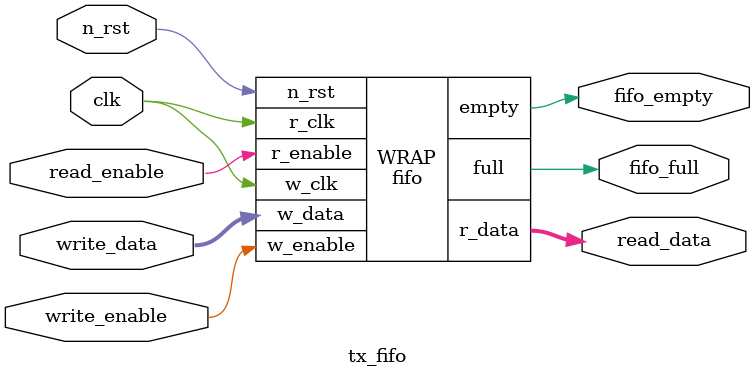
<source format=v>

module fiforam ( wclk, wenable, waddr, raddr, wdata, rdata );
  input [2:0] waddr;
  input [2:0] raddr;
  input [7:0] wdata;
  output [7:0] rdata;
  input wclk, wenable;
  wire   \fiforeg[0][7] , \fiforeg[0][6] , \fiforeg[0][5] , \fiforeg[0][4] ,
         \fiforeg[0][3] , \fiforeg[0][2] , \fiforeg[0][1] , \fiforeg[0][0] ,
         \fiforeg[1][7] , \fiforeg[1][6] , \fiforeg[1][5] , \fiforeg[1][4] ,
         \fiforeg[1][3] , \fiforeg[1][2] , \fiforeg[1][1] , \fiforeg[1][0] ,
         \fiforeg[2][7] , \fiforeg[2][6] , \fiforeg[2][5] , \fiforeg[2][4] ,
         \fiforeg[2][3] , \fiforeg[2][2] , \fiforeg[2][1] , \fiforeg[2][0] ,
         \fiforeg[3][7] , \fiforeg[3][6] , \fiforeg[3][5] , \fiforeg[3][4] ,
         \fiforeg[3][3] , \fiforeg[3][2] , \fiforeg[3][1] , \fiforeg[3][0] ,
         \fiforeg[4][7] , \fiforeg[4][6] , \fiforeg[4][5] , \fiforeg[4][4] ,
         \fiforeg[4][3] , \fiforeg[4][2] , \fiforeg[4][1] , \fiforeg[4][0] ,
         \fiforeg[5][7] , \fiforeg[5][6] , \fiforeg[5][5] , \fiforeg[5][4] ,
         \fiforeg[5][3] , \fiforeg[5][2] , \fiforeg[5][1] , \fiforeg[5][0] ,
         \fiforeg[6][7] , \fiforeg[6][6] , \fiforeg[6][5] , \fiforeg[6][4] ,
         \fiforeg[6][3] , \fiforeg[6][2] , \fiforeg[6][1] , \fiforeg[6][0] ,
         \fiforeg[7][7] , \fiforeg[7][6] , \fiforeg[7][5] , \fiforeg[7][4] ,
         \fiforeg[7][3] , \fiforeg[7][2] , \fiforeg[7][1] , \fiforeg[7][0] ,
         n212, n213, n214, n215, n216, n217, n218, n219, n220, n221, n222,
         n223, n224, n225, n226, n227, n228, n229, n230, n231, n232, n233,
         n234, n235, n236, n237, n238, n239, n240, n241, n242, n243, n244,
         n245, n246, n247, n248, n249, n250, n251, n252, n253, n254, n255,
         n256, n257, n258, n259, n260, n261, n262, n263, n264, n265, n266,
         n267, n268, n269, n270, n271, n272, n273, n274, n275, n1, n2, n3, n4,
         n5, n6, n7, n8, n9, n10, n11, n12, n13, n14, n15, n16, n17, n18, n19,
         n20, n21, n22, n23, n24, n25, n26, n27, n28, n29, n30, n31, n32, n33,
         n34, n35, n36, n37, n38, n39, n40, n41, n42, n43, n44, n45, n46, n47,
         n48, n49, n50, n51, n52, n53, n54, n55, n56, n57, n58, n59, n60, n61,
         n62, n63, n64, n65, n66, n67, n68, n69, n70, n71, n72, n73, n74, n75,
         n76, n77, n78, n79, n80, n81, n82, n83, n84, n85, n86, n87, n88, n89,
         n90, n91, n92, n93, n94, n95, n96, n97, n98, n99, n100, n101, n102,
         n103, n104, n105, n106, n107, n108, n109, n110, n111, n112, n113,
         n114, n115, n116, n117, n118, n119, n120, n121, n122, n123, n124,
         n125, n126, n127, n128, n129, n130, n131, n132, n133, n134, n135,
         n136, n137, n138, n139, n140, n141, n142, n143, n144, n145, n146,
         n147, n148, n149, n150, n151, n152, n153, n154, n155, n156, n157,
         n158, n159, n160, n161, n162, n163, n164, n165, n166, n167, n168,
         n169, n170, n171, n172, n173, n174, n175, n176, n177, n178, n179,
         n180, n181, n182, n183, n184, n185, n186, n187, n188, n189, n190,
         n191, n192, n193, n194;

  DFFPOSX1 \fiforeg_reg[7][7]  ( .D(n212), .CLK(wclk), .Q(\fiforeg[7][7] ) );
  DFFPOSX1 \fiforeg_reg[6][7]  ( .D(n213), .CLK(wclk), .Q(\fiforeg[6][7] ) );
  DFFPOSX1 \fiforeg_reg[5][7]  ( .D(n214), .CLK(wclk), .Q(\fiforeg[5][7] ) );
  DFFPOSX1 \fiforeg_reg[4][7]  ( .D(n215), .CLK(wclk), .Q(\fiforeg[4][7] ) );
  DFFPOSX1 \fiforeg_reg[3][7]  ( .D(n216), .CLK(wclk), .Q(\fiforeg[3][7] ) );
  DFFPOSX1 \fiforeg_reg[2][7]  ( .D(n217), .CLK(wclk), .Q(\fiforeg[2][7] ) );
  DFFPOSX1 \fiforeg_reg[1][7]  ( .D(n218), .CLK(wclk), .Q(\fiforeg[1][7] ) );
  DFFPOSX1 \fiforeg_reg[0][7]  ( .D(n219), .CLK(wclk), .Q(\fiforeg[0][7] ) );
  DFFPOSX1 \fiforeg_reg[7][6]  ( .D(n220), .CLK(wclk), .Q(\fiforeg[7][6] ) );
  DFFPOSX1 \fiforeg_reg[6][6]  ( .D(n221), .CLK(wclk), .Q(\fiforeg[6][6] ) );
  DFFPOSX1 \fiforeg_reg[5][6]  ( .D(n222), .CLK(wclk), .Q(\fiforeg[5][6] ) );
  DFFPOSX1 \fiforeg_reg[4][6]  ( .D(n223), .CLK(wclk), .Q(\fiforeg[4][6] ) );
  DFFPOSX1 \fiforeg_reg[3][6]  ( .D(n224), .CLK(wclk), .Q(\fiforeg[3][6] ) );
  DFFPOSX1 \fiforeg_reg[2][6]  ( .D(n225), .CLK(wclk), .Q(\fiforeg[2][6] ) );
  DFFPOSX1 \fiforeg_reg[1][6]  ( .D(n226), .CLK(wclk), .Q(\fiforeg[1][6] ) );
  DFFPOSX1 \fiforeg_reg[0][6]  ( .D(n227), .CLK(wclk), .Q(\fiforeg[0][6] ) );
  DFFPOSX1 \fiforeg_reg[7][5]  ( .D(n228), .CLK(wclk), .Q(\fiforeg[7][5] ) );
  DFFPOSX1 \fiforeg_reg[6][5]  ( .D(n229), .CLK(wclk), .Q(\fiforeg[6][5] ) );
  DFFPOSX1 \fiforeg_reg[5][5]  ( .D(n230), .CLK(wclk), .Q(\fiforeg[5][5] ) );
  DFFPOSX1 \fiforeg_reg[4][5]  ( .D(n231), .CLK(wclk), .Q(\fiforeg[4][5] ) );
  DFFPOSX1 \fiforeg_reg[3][5]  ( .D(n232), .CLK(wclk), .Q(\fiforeg[3][5] ) );
  DFFPOSX1 \fiforeg_reg[2][5]  ( .D(n233), .CLK(wclk), .Q(\fiforeg[2][5] ) );
  DFFPOSX1 \fiforeg_reg[1][5]  ( .D(n234), .CLK(wclk), .Q(\fiforeg[1][5] ) );
  DFFPOSX1 \fiforeg_reg[0][5]  ( .D(n235), .CLK(wclk), .Q(\fiforeg[0][5] ) );
  DFFPOSX1 \fiforeg_reg[7][4]  ( .D(n236), .CLK(wclk), .Q(\fiforeg[7][4] ) );
  DFFPOSX1 \fiforeg_reg[6][4]  ( .D(n237), .CLK(wclk), .Q(\fiforeg[6][4] ) );
  DFFPOSX1 \fiforeg_reg[5][4]  ( .D(n238), .CLK(wclk), .Q(\fiforeg[5][4] ) );
  DFFPOSX1 \fiforeg_reg[4][4]  ( .D(n239), .CLK(wclk), .Q(\fiforeg[4][4] ) );
  DFFPOSX1 \fiforeg_reg[3][4]  ( .D(n240), .CLK(wclk), .Q(\fiforeg[3][4] ) );
  DFFPOSX1 \fiforeg_reg[2][4]  ( .D(n241), .CLK(wclk), .Q(\fiforeg[2][4] ) );
  DFFPOSX1 \fiforeg_reg[1][4]  ( .D(n242), .CLK(wclk), .Q(\fiforeg[1][4] ) );
  DFFPOSX1 \fiforeg_reg[0][4]  ( .D(n243), .CLK(wclk), .Q(\fiforeg[0][4] ) );
  DFFPOSX1 \fiforeg_reg[7][3]  ( .D(n244), .CLK(wclk), .Q(\fiforeg[7][3] ) );
  DFFPOSX1 \fiforeg_reg[6][3]  ( .D(n245), .CLK(wclk), .Q(\fiforeg[6][3] ) );
  DFFPOSX1 \fiforeg_reg[5][3]  ( .D(n246), .CLK(wclk), .Q(\fiforeg[5][3] ) );
  DFFPOSX1 \fiforeg_reg[4][3]  ( .D(n247), .CLK(wclk), .Q(\fiforeg[4][3] ) );
  DFFPOSX1 \fiforeg_reg[3][3]  ( .D(n248), .CLK(wclk), .Q(\fiforeg[3][3] ) );
  DFFPOSX1 \fiforeg_reg[2][3]  ( .D(n249), .CLK(wclk), .Q(\fiforeg[2][3] ) );
  DFFPOSX1 \fiforeg_reg[1][3]  ( .D(n250), .CLK(wclk), .Q(\fiforeg[1][3] ) );
  DFFPOSX1 \fiforeg_reg[0][3]  ( .D(n251), .CLK(wclk), .Q(\fiforeg[0][3] ) );
  DFFPOSX1 \fiforeg_reg[7][2]  ( .D(n252), .CLK(wclk), .Q(\fiforeg[7][2] ) );
  DFFPOSX1 \fiforeg_reg[6][2]  ( .D(n253), .CLK(wclk), .Q(\fiforeg[6][2] ) );
  DFFPOSX1 \fiforeg_reg[5][2]  ( .D(n254), .CLK(wclk), .Q(\fiforeg[5][2] ) );
  DFFPOSX1 \fiforeg_reg[4][2]  ( .D(n255), .CLK(wclk), .Q(\fiforeg[4][2] ) );
  DFFPOSX1 \fiforeg_reg[3][2]  ( .D(n256), .CLK(wclk), .Q(\fiforeg[3][2] ) );
  DFFPOSX1 \fiforeg_reg[2][2]  ( .D(n257), .CLK(wclk), .Q(\fiforeg[2][2] ) );
  DFFPOSX1 \fiforeg_reg[1][2]  ( .D(n258), .CLK(wclk), .Q(\fiforeg[1][2] ) );
  DFFPOSX1 \fiforeg_reg[0][2]  ( .D(n259), .CLK(wclk), .Q(\fiforeg[0][2] ) );
  DFFPOSX1 \fiforeg_reg[7][1]  ( .D(n260), .CLK(wclk), .Q(\fiforeg[7][1] ) );
  DFFPOSX1 \fiforeg_reg[6][1]  ( .D(n261), .CLK(wclk), .Q(\fiforeg[6][1] ) );
  DFFPOSX1 \fiforeg_reg[5][1]  ( .D(n262), .CLK(wclk), .Q(\fiforeg[5][1] ) );
  DFFPOSX1 \fiforeg_reg[4][1]  ( .D(n263), .CLK(wclk), .Q(\fiforeg[4][1] ) );
  DFFPOSX1 \fiforeg_reg[3][1]  ( .D(n264), .CLK(wclk), .Q(\fiforeg[3][1] ) );
  DFFPOSX1 \fiforeg_reg[2][1]  ( .D(n265), .CLK(wclk), .Q(\fiforeg[2][1] ) );
  DFFPOSX1 \fiforeg_reg[1][1]  ( .D(n266), .CLK(wclk), .Q(\fiforeg[1][1] ) );
  DFFPOSX1 \fiforeg_reg[0][1]  ( .D(n267), .CLK(wclk), .Q(\fiforeg[0][1] ) );
  DFFPOSX1 \fiforeg_reg[7][0]  ( .D(n275), .CLK(wclk), .Q(\fiforeg[7][0] ) );
  DFFPOSX1 \fiforeg_reg[6][0]  ( .D(n268), .CLK(wclk), .Q(\fiforeg[6][0] ) );
  DFFPOSX1 \fiforeg_reg[5][0]  ( .D(n269), .CLK(wclk), .Q(\fiforeg[5][0] ) );
  DFFPOSX1 \fiforeg_reg[4][0]  ( .D(n270), .CLK(wclk), .Q(\fiforeg[4][0] ) );
  DFFPOSX1 \fiforeg_reg[3][0]  ( .D(n271), .CLK(wclk), .Q(\fiforeg[3][0] ) );
  DFFPOSX1 \fiforeg_reg[2][0]  ( .D(n272), .CLK(wclk), .Q(\fiforeg[2][0] ) );
  DFFPOSX1 \fiforeg_reg[1][0]  ( .D(n273), .CLK(wclk), .Q(\fiforeg[1][0] ) );
  DFFPOSX1 \fiforeg_reg[0][0]  ( .D(n274), .CLK(wclk), .Q(\fiforeg[0][0] ) );
  BUFX2 U2 ( .A(n98), .Y(n1) );
  BUFX2 U3 ( .A(n96), .Y(n2) );
  BUFX2 U4 ( .A(n97), .Y(n3) );
  BUFX2 U5 ( .A(n95), .Y(n4) );
  NAND3X1 U6 ( .A(n5), .B(n6), .C(n7), .Y(rdata[7]) );
  NOR2X1 U7 ( .A(n8), .B(n9), .Y(n7) );
  OAI22X1 U8 ( .A(n10), .B(n11), .C(n12), .D(n13), .Y(n9) );
  OAI22X1 U9 ( .A(n14), .B(n15), .C(n16), .D(n17), .Y(n8) );
  AOI22X1 U10 ( .A(\fiforeg[5][7] ), .B(n18), .C(\fiforeg[4][7] ), .D(n19), 
        .Y(n6) );
  AOI22X1 U11 ( .A(\fiforeg[7][7] ), .B(n20), .C(\fiforeg[6][7] ), .D(n21), 
        .Y(n5) );
  NAND3X1 U12 ( .A(n22), .B(n23), .C(n24), .Y(rdata[6]) );
  NOR2X1 U13 ( .A(n25), .B(n26), .Y(n24) );
  OAI22X1 U14 ( .A(n10), .B(n27), .C(n12), .D(n28), .Y(n26) );
  OAI22X1 U15 ( .A(n14), .B(n29), .C(n16), .D(n30), .Y(n25) );
  AOI22X1 U16 ( .A(\fiforeg[5][6] ), .B(n18), .C(\fiforeg[4][6] ), .D(n19), 
        .Y(n23) );
  AOI22X1 U17 ( .A(\fiforeg[7][6] ), .B(n20), .C(\fiforeg[6][6] ), .D(n21), 
        .Y(n22) );
  NAND3X1 U18 ( .A(n31), .B(n32), .C(n33), .Y(rdata[5]) );
  NOR2X1 U19 ( .A(n34), .B(n35), .Y(n33) );
  OAI22X1 U20 ( .A(n10), .B(n36), .C(n12), .D(n37), .Y(n35) );
  OAI22X1 U21 ( .A(n14), .B(n38), .C(n16), .D(n39), .Y(n34) );
  AOI22X1 U22 ( .A(\fiforeg[5][5] ), .B(n18), .C(\fiforeg[4][5] ), .D(n19), 
        .Y(n32) );
  AOI22X1 U23 ( .A(\fiforeg[7][5] ), .B(n20), .C(\fiforeg[6][5] ), .D(n21), 
        .Y(n31) );
  NAND3X1 U24 ( .A(n40), .B(n41), .C(n42), .Y(rdata[4]) );
  NOR2X1 U25 ( .A(n43), .B(n44), .Y(n42) );
  OAI22X1 U26 ( .A(n10), .B(n45), .C(n12), .D(n46), .Y(n44) );
  OAI22X1 U27 ( .A(n14), .B(n47), .C(n16), .D(n48), .Y(n43) );
  AOI22X1 U28 ( .A(\fiforeg[5][4] ), .B(n18), .C(\fiforeg[4][4] ), .D(n19), 
        .Y(n41) );
  AOI22X1 U29 ( .A(\fiforeg[7][4] ), .B(n20), .C(\fiforeg[6][4] ), .D(n21), 
        .Y(n40) );
  NAND3X1 U30 ( .A(n49), .B(n50), .C(n51), .Y(rdata[3]) );
  NOR2X1 U31 ( .A(n52), .B(n53), .Y(n51) );
  OAI22X1 U32 ( .A(n10), .B(n54), .C(n12), .D(n55), .Y(n53) );
  OAI22X1 U33 ( .A(n14), .B(n56), .C(n16), .D(n57), .Y(n52) );
  AOI22X1 U34 ( .A(\fiforeg[5][3] ), .B(n18), .C(\fiforeg[4][3] ), .D(n19), 
        .Y(n50) );
  AOI22X1 U35 ( .A(\fiforeg[7][3] ), .B(n20), .C(\fiforeg[6][3] ), .D(n21), 
        .Y(n49) );
  NAND3X1 U36 ( .A(n58), .B(n59), .C(n60), .Y(rdata[2]) );
  NOR2X1 U37 ( .A(n61), .B(n62), .Y(n60) );
  OAI22X1 U38 ( .A(n10), .B(n63), .C(n12), .D(n64), .Y(n62) );
  OAI22X1 U39 ( .A(n14), .B(n65), .C(n16), .D(n66), .Y(n61) );
  AOI22X1 U40 ( .A(\fiforeg[5][2] ), .B(n18), .C(\fiforeg[4][2] ), .D(n19), 
        .Y(n59) );
  AOI22X1 U41 ( .A(\fiforeg[7][2] ), .B(n20), .C(\fiforeg[6][2] ), .D(n21), 
        .Y(n58) );
  NAND3X1 U42 ( .A(n67), .B(n68), .C(n69), .Y(rdata[1]) );
  NOR2X1 U43 ( .A(n70), .B(n71), .Y(n69) );
  OAI22X1 U44 ( .A(n10), .B(n72), .C(n12), .D(n73), .Y(n71) );
  OAI22X1 U45 ( .A(n14), .B(n74), .C(n16), .D(n75), .Y(n70) );
  AOI22X1 U46 ( .A(\fiforeg[5][1] ), .B(n18), .C(\fiforeg[4][1] ), .D(n19), 
        .Y(n68) );
  AOI22X1 U47 ( .A(\fiforeg[7][1] ), .B(n20), .C(\fiforeg[6][1] ), .D(n21), 
        .Y(n67) );
  NAND3X1 U48 ( .A(n76), .B(n77), .C(n78), .Y(rdata[0]) );
  NOR2X1 U49 ( .A(n79), .B(n80), .Y(n78) );
  OAI22X1 U50 ( .A(n10), .B(n81), .C(n12), .D(n82), .Y(n80) );
  NAND3X1 U51 ( .A(n83), .B(n84), .C(n85), .Y(n12) );
  NAND3X1 U52 ( .A(n83), .B(n84), .C(raddr[0]), .Y(n10) );
  OAI22X1 U53 ( .A(n14), .B(n86), .C(n16), .D(n87), .Y(n79) );
  NAND3X1 U54 ( .A(n85), .B(n84), .C(raddr[1]), .Y(n16) );
  NAND3X1 U55 ( .A(raddr[0]), .B(n84), .C(raddr[1]), .Y(n14) );
  INVX1 U56 ( .A(raddr[2]), .Y(n84) );
  AOI22X1 U57 ( .A(\fiforeg[5][0] ), .B(n18), .C(\fiforeg[4][0] ), .D(n19), 
        .Y(n77) );
  INVX1 U58 ( .A(n88), .Y(n19) );
  NAND3X1 U59 ( .A(n85), .B(n83), .C(raddr[2]), .Y(n88) );
  INVX1 U60 ( .A(n89), .Y(n18) );
  NAND3X1 U61 ( .A(raddr[0]), .B(n83), .C(raddr[2]), .Y(n89) );
  INVX1 U62 ( .A(raddr[1]), .Y(n83) );
  AOI22X1 U63 ( .A(\fiforeg[7][0] ), .B(n20), .C(\fiforeg[6][0] ), .D(n21), 
        .Y(n76) );
  INVX1 U64 ( .A(n90), .Y(n21) );
  NAND3X1 U65 ( .A(raddr[2]), .B(n85), .C(raddr[1]), .Y(n90) );
  INVX1 U66 ( .A(raddr[0]), .Y(n85) );
  INVX1 U67 ( .A(n91), .Y(n20) );
  NAND3X1 U68 ( .A(raddr[2]), .B(raddr[0]), .C(raddr[1]), .Y(n91) );
  MUX2X1 U69 ( .B(n92), .A(n93), .S(n94), .Y(n275) );
  INVX1 U70 ( .A(\fiforeg[7][0] ), .Y(n93) );
  MUX2X1 U71 ( .B(n92), .A(n82), .S(n4), .Y(n274) );
  MUX2X1 U72 ( .B(n92), .A(n81), .S(n2), .Y(n273) );
  MUX2X1 U73 ( .B(n92), .A(n87), .S(n3), .Y(n272) );
  MUX2X1 U74 ( .B(n92), .A(n86), .S(n1), .Y(n271) );
  MUX2X1 U75 ( .B(n92), .A(n99), .S(n100), .Y(n270) );
  INVX1 U76 ( .A(\fiforeg[4][0] ), .Y(n99) );
  MUX2X1 U77 ( .B(n92), .A(n101), .S(n102), .Y(n269) );
  INVX1 U78 ( .A(\fiforeg[5][0] ), .Y(n101) );
  MUX2X1 U79 ( .B(n92), .A(n103), .S(n104), .Y(n268) );
  INVX1 U80 ( .A(\fiforeg[6][0] ), .Y(n103) );
  MUX2X1 U81 ( .B(n105), .A(wdata[0]), .S(wenable), .Y(n92) );
  NAND3X1 U82 ( .A(n106), .B(n107), .C(n108), .Y(n105) );
  NOR2X1 U83 ( .A(n109), .B(n110), .Y(n108) );
  OAI22X1 U84 ( .A(n81), .B(n2), .C(n82), .D(n4), .Y(n110) );
  INVX1 U85 ( .A(\fiforeg[0][0] ), .Y(n82) );
  INVX1 U86 ( .A(\fiforeg[1][0] ), .Y(n81) );
  OAI22X1 U87 ( .A(n86), .B(n1), .C(n87), .D(n3), .Y(n109) );
  INVX1 U88 ( .A(\fiforeg[2][0] ), .Y(n87) );
  INVX1 U89 ( .A(\fiforeg[3][0] ), .Y(n86) );
  AOI22X1 U90 ( .A(n111), .B(\fiforeg[6][0] ), .C(n112), .D(\fiforeg[4][0] ), 
        .Y(n107) );
  AOI22X1 U91 ( .A(n113), .B(\fiforeg[5][0] ), .C(n114), .D(\fiforeg[7][0] ), 
        .Y(n106) );
  MUX2X1 U92 ( .B(n115), .A(n73), .S(n4), .Y(n267) );
  MUX2X1 U93 ( .B(n115), .A(n72), .S(n2), .Y(n266) );
  MUX2X1 U94 ( .B(n115), .A(n75), .S(n3), .Y(n265) );
  MUX2X1 U95 ( .B(n115), .A(n74), .S(n1), .Y(n264) );
  MUX2X1 U96 ( .B(n115), .A(n116), .S(n100), .Y(n263) );
  INVX1 U97 ( .A(\fiforeg[4][1] ), .Y(n116) );
  MUX2X1 U98 ( .B(n115), .A(n117), .S(n102), .Y(n262) );
  INVX1 U99 ( .A(\fiforeg[5][1] ), .Y(n117) );
  MUX2X1 U100 ( .B(n115), .A(n118), .S(n104), .Y(n261) );
  INVX1 U101 ( .A(\fiforeg[6][1] ), .Y(n118) );
  MUX2X1 U102 ( .B(n115), .A(n119), .S(n94), .Y(n260) );
  INVX1 U103 ( .A(\fiforeg[7][1] ), .Y(n119) );
  MUX2X1 U104 ( .B(n120), .A(wdata[1]), .S(wenable), .Y(n115) );
  NAND3X1 U105 ( .A(n121), .B(n122), .C(n123), .Y(n120) );
  NOR2X1 U106 ( .A(n124), .B(n125), .Y(n123) );
  OAI22X1 U107 ( .A(n72), .B(n2), .C(n73), .D(n4), .Y(n125) );
  INVX1 U108 ( .A(\fiforeg[0][1] ), .Y(n73) );
  INVX1 U109 ( .A(\fiforeg[1][1] ), .Y(n72) );
  OAI22X1 U110 ( .A(n74), .B(n1), .C(n75), .D(n3), .Y(n124) );
  INVX1 U111 ( .A(\fiforeg[2][1] ), .Y(n75) );
  INVX1 U112 ( .A(\fiforeg[3][1] ), .Y(n74) );
  AOI22X1 U113 ( .A(n111), .B(\fiforeg[6][1] ), .C(n112), .D(\fiforeg[4][1] ), 
        .Y(n122) );
  AOI22X1 U114 ( .A(n113), .B(\fiforeg[5][1] ), .C(n114), .D(\fiforeg[7][1] ), 
        .Y(n121) );
  MUX2X1 U115 ( .B(n126), .A(n64), .S(n4), .Y(n259) );
  MUX2X1 U116 ( .B(n126), .A(n63), .S(n2), .Y(n258) );
  MUX2X1 U117 ( .B(n126), .A(n66), .S(n3), .Y(n257) );
  MUX2X1 U118 ( .B(n126), .A(n65), .S(n1), .Y(n256) );
  MUX2X1 U119 ( .B(n126), .A(n127), .S(n100), .Y(n255) );
  INVX1 U120 ( .A(\fiforeg[4][2] ), .Y(n127) );
  MUX2X1 U121 ( .B(n126), .A(n128), .S(n102), .Y(n254) );
  INVX1 U122 ( .A(\fiforeg[5][2] ), .Y(n128) );
  MUX2X1 U123 ( .B(n126), .A(n129), .S(n104), .Y(n253) );
  INVX1 U124 ( .A(\fiforeg[6][2] ), .Y(n129) );
  MUX2X1 U125 ( .B(n126), .A(n130), .S(n94), .Y(n252) );
  INVX1 U126 ( .A(\fiforeg[7][2] ), .Y(n130) );
  MUX2X1 U127 ( .B(n131), .A(wdata[2]), .S(wenable), .Y(n126) );
  NAND3X1 U128 ( .A(n132), .B(n133), .C(n134), .Y(n131) );
  NOR2X1 U129 ( .A(n135), .B(n136), .Y(n134) );
  OAI22X1 U130 ( .A(n63), .B(n2), .C(n64), .D(n4), .Y(n136) );
  INVX1 U131 ( .A(\fiforeg[0][2] ), .Y(n64) );
  INVX1 U132 ( .A(\fiforeg[1][2] ), .Y(n63) );
  OAI22X1 U133 ( .A(n65), .B(n1), .C(n66), .D(n3), .Y(n135) );
  INVX1 U134 ( .A(\fiforeg[2][2] ), .Y(n66) );
  INVX1 U135 ( .A(\fiforeg[3][2] ), .Y(n65) );
  AOI22X1 U136 ( .A(n111), .B(\fiforeg[6][2] ), .C(n112), .D(\fiforeg[4][2] ), 
        .Y(n133) );
  AOI22X1 U137 ( .A(n113), .B(\fiforeg[5][2] ), .C(n114), .D(\fiforeg[7][2] ), 
        .Y(n132) );
  MUX2X1 U138 ( .B(n137), .A(n55), .S(n4), .Y(n251) );
  MUX2X1 U139 ( .B(n137), .A(n54), .S(n2), .Y(n250) );
  MUX2X1 U140 ( .B(n137), .A(n57), .S(n3), .Y(n249) );
  MUX2X1 U141 ( .B(n137), .A(n56), .S(n1), .Y(n248) );
  MUX2X1 U142 ( .B(n137), .A(n138), .S(n100), .Y(n247) );
  INVX1 U143 ( .A(\fiforeg[4][3] ), .Y(n138) );
  MUX2X1 U144 ( .B(n137), .A(n139), .S(n102), .Y(n246) );
  INVX1 U145 ( .A(\fiforeg[5][3] ), .Y(n139) );
  MUX2X1 U146 ( .B(n137), .A(n140), .S(n104), .Y(n245) );
  INVX1 U147 ( .A(\fiforeg[6][3] ), .Y(n140) );
  MUX2X1 U148 ( .B(n137), .A(n141), .S(n94), .Y(n244) );
  INVX1 U149 ( .A(\fiforeg[7][3] ), .Y(n141) );
  MUX2X1 U150 ( .B(n142), .A(wdata[3]), .S(wenable), .Y(n137) );
  NAND3X1 U151 ( .A(n143), .B(n144), .C(n145), .Y(n142) );
  NOR2X1 U152 ( .A(n146), .B(n147), .Y(n145) );
  OAI22X1 U153 ( .A(n54), .B(n2), .C(n55), .D(n4), .Y(n147) );
  INVX1 U154 ( .A(\fiforeg[0][3] ), .Y(n55) );
  INVX1 U155 ( .A(\fiforeg[1][3] ), .Y(n54) );
  OAI22X1 U156 ( .A(n56), .B(n1), .C(n57), .D(n3), .Y(n146) );
  INVX1 U157 ( .A(\fiforeg[2][3] ), .Y(n57) );
  INVX1 U158 ( .A(\fiforeg[3][3] ), .Y(n56) );
  AOI22X1 U159 ( .A(n111), .B(\fiforeg[6][3] ), .C(n112), .D(\fiforeg[4][3] ), 
        .Y(n144) );
  AOI22X1 U160 ( .A(n113), .B(\fiforeg[5][3] ), .C(n114), .D(\fiforeg[7][3] ), 
        .Y(n143) );
  MUX2X1 U161 ( .B(n148), .A(n46), .S(n4), .Y(n243) );
  MUX2X1 U162 ( .B(n148), .A(n45), .S(n2), .Y(n242) );
  MUX2X1 U163 ( .B(n148), .A(n48), .S(n3), .Y(n241) );
  MUX2X1 U164 ( .B(n148), .A(n47), .S(n1), .Y(n240) );
  MUX2X1 U165 ( .B(n148), .A(n149), .S(n100), .Y(n239) );
  INVX1 U166 ( .A(\fiforeg[4][4] ), .Y(n149) );
  MUX2X1 U167 ( .B(n148), .A(n150), .S(n102), .Y(n238) );
  INVX1 U168 ( .A(\fiforeg[5][4] ), .Y(n150) );
  MUX2X1 U169 ( .B(n148), .A(n151), .S(n104), .Y(n237) );
  INVX1 U170 ( .A(\fiforeg[6][4] ), .Y(n151) );
  MUX2X1 U171 ( .B(n148), .A(n152), .S(n94), .Y(n236) );
  INVX1 U172 ( .A(\fiforeg[7][4] ), .Y(n152) );
  MUX2X1 U173 ( .B(n153), .A(wdata[4]), .S(wenable), .Y(n148) );
  NAND3X1 U174 ( .A(n154), .B(n155), .C(n156), .Y(n153) );
  NOR2X1 U175 ( .A(n157), .B(n158), .Y(n156) );
  OAI22X1 U176 ( .A(n45), .B(n2), .C(n46), .D(n4), .Y(n158) );
  INVX1 U177 ( .A(\fiforeg[0][4] ), .Y(n46) );
  INVX1 U178 ( .A(\fiforeg[1][4] ), .Y(n45) );
  OAI22X1 U179 ( .A(n47), .B(n1), .C(n48), .D(n3), .Y(n157) );
  INVX1 U180 ( .A(\fiforeg[2][4] ), .Y(n48) );
  INVX1 U181 ( .A(\fiforeg[3][4] ), .Y(n47) );
  AOI22X1 U182 ( .A(n111), .B(\fiforeg[6][4] ), .C(n112), .D(\fiforeg[4][4] ), 
        .Y(n155) );
  AOI22X1 U183 ( .A(n113), .B(\fiforeg[5][4] ), .C(n114), .D(\fiforeg[7][4] ), 
        .Y(n154) );
  MUX2X1 U184 ( .B(n159), .A(n37), .S(n4), .Y(n235) );
  MUX2X1 U185 ( .B(n159), .A(n36), .S(n2), .Y(n234) );
  MUX2X1 U186 ( .B(n159), .A(n39), .S(n3), .Y(n233) );
  MUX2X1 U187 ( .B(n159), .A(n38), .S(n1), .Y(n232) );
  MUX2X1 U188 ( .B(n159), .A(n160), .S(n100), .Y(n231) );
  INVX1 U189 ( .A(\fiforeg[4][5] ), .Y(n160) );
  MUX2X1 U190 ( .B(n159), .A(n161), .S(n102), .Y(n230) );
  INVX1 U191 ( .A(\fiforeg[5][5] ), .Y(n161) );
  MUX2X1 U192 ( .B(n159), .A(n162), .S(n104), .Y(n229) );
  INVX1 U193 ( .A(\fiforeg[6][5] ), .Y(n162) );
  MUX2X1 U194 ( .B(n159), .A(n163), .S(n94), .Y(n228) );
  INVX1 U195 ( .A(\fiforeg[7][5] ), .Y(n163) );
  MUX2X1 U196 ( .B(n164), .A(wdata[5]), .S(wenable), .Y(n159) );
  NAND3X1 U197 ( .A(n165), .B(n166), .C(n167), .Y(n164) );
  NOR2X1 U198 ( .A(n168), .B(n169), .Y(n167) );
  OAI22X1 U199 ( .A(n36), .B(n2), .C(n37), .D(n4), .Y(n169) );
  INVX1 U200 ( .A(\fiforeg[0][5] ), .Y(n37) );
  INVX1 U201 ( .A(\fiforeg[1][5] ), .Y(n36) );
  OAI22X1 U202 ( .A(n38), .B(n1), .C(n39), .D(n3), .Y(n168) );
  INVX1 U203 ( .A(\fiforeg[2][5] ), .Y(n39) );
  INVX1 U204 ( .A(\fiforeg[3][5] ), .Y(n38) );
  AOI22X1 U205 ( .A(n111), .B(\fiforeg[6][5] ), .C(n112), .D(\fiforeg[4][5] ), 
        .Y(n166) );
  AOI22X1 U206 ( .A(n113), .B(\fiforeg[5][5] ), .C(n114), .D(\fiforeg[7][5] ), 
        .Y(n165) );
  MUX2X1 U207 ( .B(n170), .A(n28), .S(n4), .Y(n227) );
  MUX2X1 U208 ( .B(n170), .A(n27), .S(n2), .Y(n226) );
  MUX2X1 U209 ( .B(n170), .A(n30), .S(n3), .Y(n225) );
  MUX2X1 U210 ( .B(n170), .A(n29), .S(n1), .Y(n224) );
  MUX2X1 U211 ( .B(n170), .A(n171), .S(n100), .Y(n223) );
  INVX1 U212 ( .A(\fiforeg[4][6] ), .Y(n171) );
  MUX2X1 U213 ( .B(n170), .A(n172), .S(n102), .Y(n222) );
  INVX1 U214 ( .A(\fiforeg[5][6] ), .Y(n172) );
  MUX2X1 U215 ( .B(n170), .A(n173), .S(n104), .Y(n221) );
  INVX1 U216 ( .A(\fiforeg[6][6] ), .Y(n173) );
  MUX2X1 U217 ( .B(n170), .A(n174), .S(n94), .Y(n220) );
  INVX1 U218 ( .A(\fiforeg[7][6] ), .Y(n174) );
  MUX2X1 U219 ( .B(n175), .A(wdata[6]), .S(wenable), .Y(n170) );
  NAND3X1 U220 ( .A(n176), .B(n177), .C(n178), .Y(n175) );
  NOR2X1 U221 ( .A(n179), .B(n180), .Y(n178) );
  OAI22X1 U222 ( .A(n27), .B(n2), .C(n28), .D(n4), .Y(n180) );
  INVX1 U223 ( .A(\fiforeg[0][6] ), .Y(n28) );
  INVX1 U224 ( .A(\fiforeg[1][6] ), .Y(n27) );
  OAI22X1 U225 ( .A(n29), .B(n1), .C(n30), .D(n3), .Y(n179) );
  INVX1 U226 ( .A(\fiforeg[2][6] ), .Y(n30) );
  INVX1 U227 ( .A(\fiforeg[3][6] ), .Y(n29) );
  AOI22X1 U228 ( .A(n111), .B(\fiforeg[6][6] ), .C(n112), .D(\fiforeg[4][6] ), 
        .Y(n177) );
  AOI22X1 U229 ( .A(n113), .B(\fiforeg[5][6] ), .C(n114), .D(\fiforeg[7][6] ), 
        .Y(n176) );
  MUX2X1 U230 ( .B(n181), .A(n13), .S(n4), .Y(n219) );
  MUX2X1 U231 ( .B(n181), .A(n11), .S(n2), .Y(n218) );
  MUX2X1 U232 ( .B(n181), .A(n17), .S(n3), .Y(n217) );
  MUX2X1 U233 ( .B(n181), .A(n15), .S(n1), .Y(n216) );
  MUX2X1 U234 ( .B(n181), .A(n182), .S(n100), .Y(n215) );
  INVX1 U235 ( .A(\fiforeg[4][7] ), .Y(n182) );
  MUX2X1 U236 ( .B(n181), .A(n183), .S(n102), .Y(n214) );
  INVX1 U237 ( .A(\fiforeg[5][7] ), .Y(n183) );
  MUX2X1 U238 ( .B(n181), .A(n184), .S(n104), .Y(n213) );
  INVX1 U239 ( .A(\fiforeg[6][7] ), .Y(n184) );
  MUX2X1 U240 ( .B(n181), .A(n185), .S(n94), .Y(n212) );
  INVX1 U241 ( .A(\fiforeg[7][7] ), .Y(n185) );
  MUX2X1 U242 ( .B(n186), .A(wdata[7]), .S(wenable), .Y(n181) );
  NAND3X1 U243 ( .A(n187), .B(n188), .C(n189), .Y(n186) );
  NOR2X1 U244 ( .A(n190), .B(n191), .Y(n189) );
  OAI22X1 U245 ( .A(n11), .B(n2), .C(n13), .D(n4), .Y(n191) );
  NAND3X1 U246 ( .A(n192), .B(n193), .C(n194), .Y(n95) );
  INVX1 U247 ( .A(\fiforeg[0][7] ), .Y(n13) );
  NAND3X1 U248 ( .A(n192), .B(n193), .C(waddr[0]), .Y(n96) );
  INVX1 U249 ( .A(\fiforeg[1][7] ), .Y(n11) );
  OAI22X1 U250 ( .A(n15), .B(n1), .C(n17), .D(n3), .Y(n190) );
  NAND3X1 U251 ( .A(n194), .B(n193), .C(waddr[1]), .Y(n97) );
  INVX1 U252 ( .A(\fiforeg[2][7] ), .Y(n17) );
  NAND3X1 U253 ( .A(waddr[0]), .B(n193), .C(waddr[1]), .Y(n98) );
  INVX1 U254 ( .A(waddr[2]), .Y(n193) );
  INVX1 U255 ( .A(\fiforeg[3][7] ), .Y(n15) );
  AOI22X1 U256 ( .A(n111), .B(\fiforeg[6][7] ), .C(n112), .D(\fiforeg[4][7] ), 
        .Y(n188) );
  INVX1 U257 ( .A(n100), .Y(n112) );
  NAND3X1 U258 ( .A(n194), .B(n192), .C(waddr[2]), .Y(n100) );
  INVX1 U259 ( .A(n104), .Y(n111) );
  NAND3X1 U260 ( .A(waddr[1]), .B(n194), .C(waddr[2]), .Y(n104) );
  INVX1 U261 ( .A(waddr[0]), .Y(n194) );
  AOI22X1 U262 ( .A(n113), .B(\fiforeg[5][7] ), .C(n114), .D(\fiforeg[7][7] ), 
        .Y(n187) );
  INVX1 U263 ( .A(n94), .Y(n114) );
  NAND3X1 U264 ( .A(waddr[1]), .B(waddr[0]), .C(waddr[2]), .Y(n94) );
  INVX1 U265 ( .A(n102), .Y(n113) );
  NAND3X1 U266 ( .A(waddr[0]), .B(n192), .C(waddr[2]), .Y(n102) );
  INVX1 U267 ( .A(waddr[1]), .Y(n192) );
endmodule


module write_ptr ( wclk, rst_n, wenable, wptr, wptr_nxt );
  output [3:0] wptr;
  output [3:0] wptr_nxt;
  input wclk, rst_n, wenable;
  wire   n9, n10, n11, n12;
  wire   [2:0] binary_nxt;
  wire   [3:0] binary_r;

  DFFSR \binary_r_reg[0]  ( .D(binary_nxt[0]), .CLK(wclk), .R(rst_n), .S(1'b1), 
        .Q(binary_r[0]) );
  DFFSR \binary_r_reg[1]  ( .D(binary_nxt[1]), .CLK(wclk), .R(rst_n), .S(1'b1), 
        .Q(binary_r[1]) );
  DFFSR \binary_r_reg[2]  ( .D(binary_nxt[2]), .CLK(wclk), .R(rst_n), .S(1'b1), 
        .Q(binary_r[2]) );
  DFFSR \binary_r_reg[3]  ( .D(wptr_nxt[3]), .CLK(wclk), .R(rst_n), .S(1'b1), 
        .Q(binary_r[3]) );
  DFFSR \gray_r_reg[3]  ( .D(wptr_nxt[3]), .CLK(wclk), .R(rst_n), .S(1'b1), 
        .Q(wptr[3]) );
  DFFSR \gray_r_reg[2]  ( .D(wptr_nxt[2]), .CLK(wclk), .R(rst_n), .S(1'b1), 
        .Q(wptr[2]) );
  DFFSR \gray_r_reg[1]  ( .D(wptr_nxt[1]), .CLK(wclk), .R(rst_n), .S(1'b1), 
        .Q(wptr[1]) );
  DFFSR \gray_r_reg[0]  ( .D(wptr_nxt[0]), .CLK(wclk), .R(rst_n), .S(1'b1), 
        .Q(wptr[0]) );
  XOR2X1 U11 ( .A(wptr_nxt[3]), .B(binary_nxt[2]), .Y(wptr_nxt[2]) );
  XNOR2X1 U12 ( .A(n9), .B(binary_r[3]), .Y(wptr_nxt[3]) );
  NAND2X1 U13 ( .A(binary_r[2]), .B(n10), .Y(n9) );
  XOR2X1 U14 ( .A(binary_nxt[2]), .B(binary_nxt[1]), .Y(wptr_nxt[1]) );
  XOR2X1 U15 ( .A(binary_nxt[1]), .B(binary_nxt[0]), .Y(wptr_nxt[0]) );
  XOR2X1 U16 ( .A(n10), .B(binary_r[2]), .Y(binary_nxt[2]) );
  INVX1 U17 ( .A(n11), .Y(n10) );
  NAND3X1 U18 ( .A(binary_r[1]), .B(binary_r[0]), .C(wenable), .Y(n11) );
  XNOR2X1 U19 ( .A(n12), .B(binary_r[1]), .Y(binary_nxt[1]) );
  NAND2X1 U20 ( .A(wenable), .B(binary_r[0]), .Y(n12) );
  XOR2X1 U21 ( .A(binary_r[0]), .B(wenable), .Y(binary_nxt[0]) );
endmodule


module write_fifo_ctrl ( wclk, rst_n, wenable, rptr, wenable_fifo, wptr, waddr, 
        full_flag );
  input [3:0] rptr;
  output [3:0] wptr;
  output [2:0] waddr;
  input wclk, rst_n, wenable;
  output wenable_fifo, full_flag;
  wire   n22, \gray_wptr[2] , N5, n2, n3, n16, n17, n18, n19, n20, n21;
  wire   [3:0] wptr_nxt;
  wire   [3:0] wrptr_r2;
  wire   [3:0] wrptr_r1;

  write_ptr WPU1 ( .wclk(wclk), .rst_n(rst_n), .wenable(wenable_fifo), .wptr(
        wptr), .wptr_nxt(wptr_nxt) );
  DFFSR \wrptr_r1_reg[3]  ( .D(rptr[3]), .CLK(wclk), .R(rst_n), .S(1'b1), .Q(
        wrptr_r1[3]) );
  DFFSR \wrptr_r1_reg[2]  ( .D(rptr[2]), .CLK(wclk), .R(rst_n), .S(1'b1), .Q(
        wrptr_r1[2]) );
  DFFSR \wrptr_r1_reg[1]  ( .D(rptr[1]), .CLK(wclk), .R(rst_n), .S(1'b1), .Q(
        wrptr_r1[1]) );
  DFFSR \wrptr_r1_reg[0]  ( .D(rptr[0]), .CLK(wclk), .R(rst_n), .S(1'b1), .Q(
        wrptr_r1[0]) );
  DFFSR \wrptr_r2_reg[3]  ( .D(wrptr_r1[3]), .CLK(wclk), .R(rst_n), .S(1'b1), 
        .Q(wrptr_r2[3]) );
  DFFSR \wrptr_r2_reg[2]  ( .D(wrptr_r1[2]), .CLK(wclk), .R(rst_n), .S(1'b1), 
        .Q(wrptr_r2[2]) );
  DFFSR \wrptr_r2_reg[1]  ( .D(wrptr_r1[1]), .CLK(wclk), .R(rst_n), .S(1'b1), 
        .Q(wrptr_r2[1]) );
  DFFSR \wrptr_r2_reg[0]  ( .D(wrptr_r1[0]), .CLK(wclk), .R(rst_n), .S(1'b1), 
        .Q(wrptr_r2[0]) );
  DFFSR full_flag_r_reg ( .D(N5), .CLK(wclk), .R(rst_n), .S(1'b1), .Q(
        full_flag) );
  DFFSR \waddr_reg[2]  ( .D(\gray_wptr[2] ), .CLK(wclk), .R(rst_n), .S(1'b1), 
        .Q(waddr[2]) );
  DFFSR \waddr_reg[1]  ( .D(wptr_nxt[1]), .CLK(wclk), .R(rst_n), .S(1'b1), .Q(
        waddr[1]) );
  DFFSR \waddr_reg[0]  ( .D(wptr_nxt[0]), .CLK(wclk), .R(rst_n), .S(1'b1), .Q(
        waddr[0]) );
  BUFX2 U15 ( .A(n22), .Y(wenable_fifo) );
  NOR2X1 U16 ( .A(full_flag), .B(n2), .Y(n22) );
  INVX1 U17 ( .A(wenable), .Y(n2) );
  NOR2X1 U18 ( .A(n3), .B(n16), .Y(N5) );
  NAND2X1 U19 ( .A(n17), .B(n18), .Y(n16) );
  XOR2X1 U20 ( .A(n19), .B(\gray_wptr[2] ), .Y(n18) );
  XOR2X1 U21 ( .A(wptr_nxt[3]), .B(wptr_nxt[2]), .Y(\gray_wptr[2] ) );
  XNOR2X1 U22 ( .A(wrptr_r2[3]), .B(wrptr_r2[2]), .Y(n19) );
  XNOR2X1 U23 ( .A(wrptr_r2[1]), .B(wptr_nxt[1]), .Y(n17) );
  NAND2X1 U24 ( .A(n20), .B(n21), .Y(n3) );
  XOR2X1 U25 ( .A(wrptr_r2[3]), .B(wptr_nxt[3]), .Y(n21) );
  XNOR2X1 U26 ( .A(wrptr_r2[0]), .B(wptr_nxt[0]), .Y(n20) );
endmodule


module read_ptr ( rclk, rst_n, renable, rptr, rptr_nxt );
  output [3:0] rptr;
  output [3:0] rptr_nxt;
  input rclk, rst_n, renable;
  wire   n9, n10, n11, n12;
  wire   [2:0] binary_nxt;
  wire   [3:0] binary_r;

  DFFSR \binary_r_reg[0]  ( .D(binary_nxt[0]), .CLK(rclk), .R(rst_n), .S(1'b1), 
        .Q(binary_r[0]) );
  DFFSR \binary_r_reg[1]  ( .D(binary_nxt[1]), .CLK(rclk), .R(rst_n), .S(1'b1), 
        .Q(binary_r[1]) );
  DFFSR \binary_r_reg[2]  ( .D(binary_nxt[2]), .CLK(rclk), .R(rst_n), .S(1'b1), 
        .Q(binary_r[2]) );
  DFFSR \binary_r_reg[3]  ( .D(rptr_nxt[3]), .CLK(rclk), .R(rst_n), .S(1'b1), 
        .Q(binary_r[3]) );
  DFFSR \gray_r_reg[3]  ( .D(rptr_nxt[3]), .CLK(rclk), .R(rst_n), .S(1'b1), 
        .Q(rptr[3]) );
  DFFSR \gray_r_reg[2]  ( .D(rptr_nxt[2]), .CLK(rclk), .R(rst_n), .S(1'b1), 
        .Q(rptr[2]) );
  DFFSR \gray_r_reg[1]  ( .D(rptr_nxt[1]), .CLK(rclk), .R(rst_n), .S(1'b1), 
        .Q(rptr[1]) );
  DFFSR \gray_r_reg[0]  ( .D(rptr_nxt[0]), .CLK(rclk), .R(rst_n), .S(1'b1), 
        .Q(rptr[0]) );
  XOR2X1 U11 ( .A(rptr_nxt[3]), .B(binary_nxt[2]), .Y(rptr_nxt[2]) );
  XNOR2X1 U12 ( .A(n9), .B(binary_r[3]), .Y(rptr_nxt[3]) );
  NAND2X1 U13 ( .A(binary_r[2]), .B(n10), .Y(n9) );
  XOR2X1 U14 ( .A(binary_nxt[2]), .B(binary_nxt[1]), .Y(rptr_nxt[1]) );
  XOR2X1 U15 ( .A(binary_nxt[1]), .B(binary_nxt[0]), .Y(rptr_nxt[0]) );
  XOR2X1 U16 ( .A(n10), .B(binary_r[2]), .Y(binary_nxt[2]) );
  INVX1 U17 ( .A(n11), .Y(n10) );
  NAND3X1 U18 ( .A(binary_r[1]), .B(binary_r[0]), .C(renable), .Y(n11) );
  XNOR2X1 U19 ( .A(n12), .B(binary_r[1]), .Y(binary_nxt[1]) );
  NAND2X1 U20 ( .A(renable), .B(binary_r[0]), .Y(n12) );
  XOR2X1 U21 ( .A(binary_r[0]), .B(renable), .Y(binary_nxt[0]) );
endmodule


module read_fifo_ctrl ( rclk, rst_n, renable, wptr, rptr, raddr, empty_flag );
  input [3:0] wptr;
  output [3:0] rptr;
  output [2:0] raddr;
  input rclk, rst_n, renable;
  output empty_flag;
  wire   renable_p2, \gray_rptr[2] , N3, n1, n2, n3, n16, n17, n18, n19, n20;
  wire   [3:0] rptr_nxt;
  wire   [3:0] rwptr_r2;
  wire   [3:0] rwptr_r1;

  read_ptr RPU1 ( .rclk(rclk), .rst_n(rst_n), .renable(renable_p2), .rptr(rptr), .rptr_nxt(rptr_nxt) );
  DFFSR \rwptr_r1_reg[3]  ( .D(wptr[3]), .CLK(rclk), .R(rst_n), .S(1'b1), .Q(
        rwptr_r1[3]) );
  DFFSR \rwptr_r1_reg[2]  ( .D(wptr[2]), .CLK(rclk), .R(rst_n), .S(1'b1), .Q(
        rwptr_r1[2]) );
  DFFSR \rwptr_r1_reg[1]  ( .D(wptr[1]), .CLK(rclk), .R(rst_n), .S(1'b1), .Q(
        rwptr_r1[1]) );
  DFFSR \rwptr_r1_reg[0]  ( .D(wptr[0]), .CLK(rclk), .R(rst_n), .S(1'b1), .Q(
        rwptr_r1[0]) );
  DFFSR \rwptr_r2_reg[3]  ( .D(rwptr_r1[3]), .CLK(rclk), .R(rst_n), .S(1'b1), 
        .Q(rwptr_r2[3]) );
  DFFSR \rwptr_r2_reg[2]  ( .D(rwptr_r1[2]), .CLK(rclk), .R(rst_n), .S(1'b1), 
        .Q(rwptr_r2[2]) );
  DFFSR \rwptr_r2_reg[1]  ( .D(rwptr_r1[1]), .CLK(rclk), .R(rst_n), .S(1'b1), 
        .Q(rwptr_r2[1]) );
  DFFSR \rwptr_r2_reg[0]  ( .D(rwptr_r1[0]), .CLK(rclk), .R(rst_n), .S(1'b1), 
        .Q(rwptr_r2[0]) );
  DFFSR empty_flag_r_reg ( .D(N3), .CLK(rclk), .R(1'b1), .S(rst_n), .Q(
        empty_flag) );
  DFFSR \raddr_reg[2]  ( .D(\gray_rptr[2] ), .CLK(rclk), .R(rst_n), .S(1'b1), 
        .Q(raddr[2]) );
  DFFSR \raddr_reg[1]  ( .D(rptr_nxt[1]), .CLK(rclk), .R(rst_n), .S(1'b1), .Q(
        raddr[1]) );
  DFFSR \raddr_reg[0]  ( .D(rptr_nxt[0]), .CLK(rclk), .R(rst_n), .S(1'b1), .Q(
        raddr[0]) );
  NOR2X1 U15 ( .A(empty_flag), .B(n1), .Y(renable_p2) );
  INVX1 U16 ( .A(renable), .Y(n1) );
  NOR2X1 U17 ( .A(n2), .B(n3), .Y(N3) );
  NAND2X1 U18 ( .A(n16), .B(n17), .Y(n3) );
  XOR2X1 U19 ( .A(n18), .B(\gray_rptr[2] ), .Y(n17) );
  XOR2X1 U20 ( .A(rptr_nxt[3]), .B(rptr_nxt[2]), .Y(\gray_rptr[2] ) );
  XNOR2X1 U21 ( .A(rwptr_r2[3]), .B(rwptr_r2[2]), .Y(n18) );
  XNOR2X1 U22 ( .A(rwptr_r2[1]), .B(rptr_nxt[1]), .Y(n16) );
  NAND2X1 U23 ( .A(n19), .B(n20), .Y(n2) );
  XNOR2X1 U24 ( .A(rwptr_r2[0]), .B(rptr_nxt[0]), .Y(n20) );
  XNOR2X1 U25 ( .A(rptr_nxt[3]), .B(rwptr_r2[3]), .Y(n19) );
endmodule


module fifo ( r_clk, w_clk, n_rst, r_enable, w_enable, w_data, r_data, empty, 
        full );
  input [7:0] w_data;
  output [7:0] r_data;
  input r_clk, w_clk, n_rst, r_enable, w_enable;
  output empty, full;
  wire   wenable_fifo;
  wire   [2:0] waddr;
  wire   [2:0] raddr;
  wire   [3:0] rptr;
  wire   [3:0] wptr;

  fiforam UFIFORAM ( .wclk(w_clk), .wenable(wenable_fifo), .waddr(waddr), 
        .raddr(raddr), .wdata(w_data), .rdata(r_data) );
  write_fifo_ctrl UWFC ( .wclk(w_clk), .rst_n(n_rst), .wenable(w_enable), 
        .rptr(rptr), .wenable_fifo(wenable_fifo), .wptr(wptr), .waddr(waddr), 
        .full_flag(full) );
  read_fifo_ctrl URFC ( .rclk(r_clk), .rst_n(n_rst), .renable(r_enable), 
        .wptr(wptr), .rptr(rptr), .raddr(raddr), .empty_flag(empty) );
endmodule


module tx_fifo ( clk, n_rst, read_enable, write_enable, write_data, read_data, 
        fifo_empty, fifo_full );
  input [7:0] write_data;
  output [7:0] read_data;
  input clk, n_rst, read_enable, write_enable;
  output fifo_empty, fifo_full;


  fifo WRAP ( .r_clk(clk), .w_clk(clk), .n_rst(n_rst), .r_enable(read_enable), 
        .w_enable(write_enable), .w_data(write_data), .r_data(read_data), 
        .empty(fifo_empty), .full(fifo_full) );
endmodule


</source>
